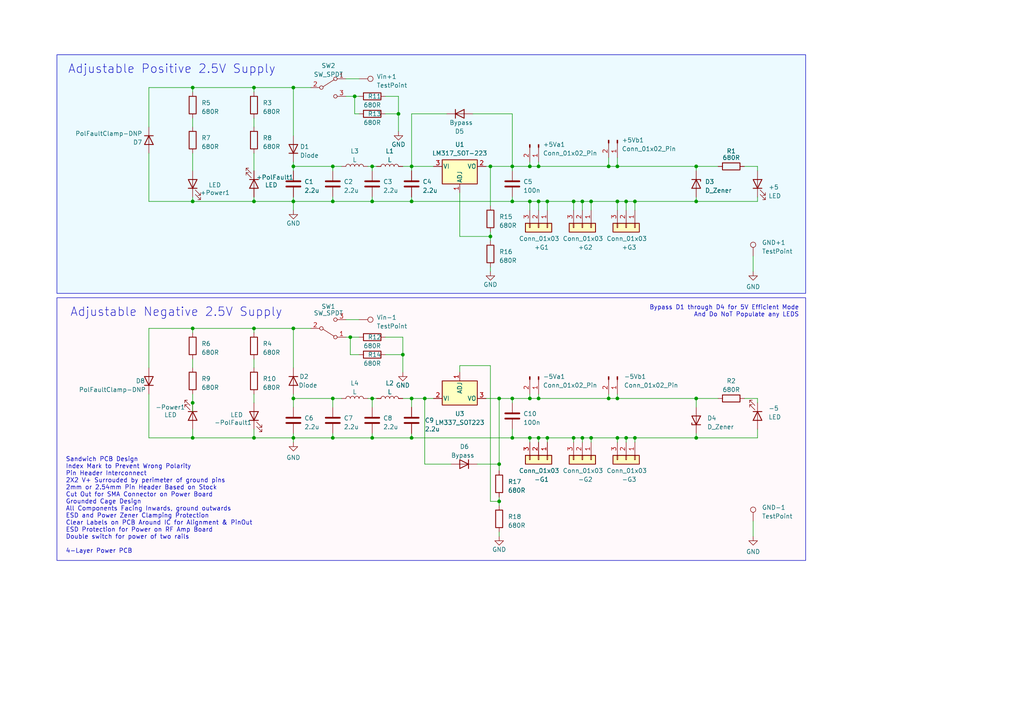
<source format=kicad_sch>
(kicad_sch (version 20250114) (generator "eeschema") (generator_version "9.0")
  (paper "A4")
  (title_block (title "RF Power Board Adjustable") (date "2024-03-13") (rev "2.0") (company "Wrong IC Sent, HW Substitution Required"))
  (lib_symbols
    (symbol "Connector:Conn_01x02_Pin" (pin_names (offset 1.016) (hide yes))
      (property "Reference" "J" (at 0 2.54 0))
      (property "Value" "Conn_01x02_Pin" (at 0 -5.08 0))
      (symbol "Conn_01x02_Pin_1_1"
        (rectangle (start 0.8636 0.127) (end 0 -0.127) (stroke (width 0.1524)) (fill (type outline)))
        (rectangle (start 0.8636 -2.413) (end 0 -2.667) (stroke (width 0.1524)) (fill (type outline)))
        (polyline (pts (xy 1.27 0) (xy 0.8636 0)) (stroke (width 0.1524)))
        (polyline (pts (xy 1.27 -2.54) (xy 0.8636 -2.54)) (stroke (width 0.1524)))
        (pin passive line (at 5.08 0 180) (length 3.81) (name "Pin_1") (number "1"))
        (pin passive line (at 5.08 -2.54 180) (length 3.81) (name "Pin_2") (number "2"))
      )
    )
    (symbol "Connector:TestPoint" (pin_numbers (hide yes)) (pin_names (offset 0.762) (hide yes))
      (property "Reference" "TP" (at 0 6.858 0))
      (property "Value" "TestPoint" (at 0 5.08 0))
      (symbol "TestPoint_0_1"
        (circle (center 0 3.302) (radius 0.762))
      )
      (symbol "TestPoint_1_1"
        (pin passive line (at 0 0 90) (length 2.54) (name "1") (number "1"))
      )
    )
    (symbol "Connector_Generic:Conn_01x03" (pin_names (offset 1.016) (hide yes))
      (property "Reference" "J" (at 0 5.08 0))
      (property "Value" "Conn_01x03" (at 0 -5.08 0))
      (symbol "Conn_01x03_1_1"
        (rectangle (start -1.27 3.81) (end 1.27 -3.81) (stroke (width 0.254)) (fill (type background)))
        (rectangle (start -1.27 2.667) (end 0 2.413) (stroke (width 0.1524)))
        (rectangle (start -1.27 0.127) (end 0 -0.127) (stroke (width 0.1524)))
        (rectangle (start -1.27 -2.413) (end 0 -2.667) (stroke (width 0.1524)))
        (pin passive line (at -5.08 2.54 0) (length 3.81) (name "Pin_1") (number "1"))
        (pin passive line (at -5.08 0 0) (length 3.81) (name "Pin_2") (number "2"))
        (pin passive line (at -5.08 -2.54 0) (length 3.81) (name "Pin_3") (number "3"))
      )
    )
    (symbol "Device:C" (pin_numbers (hide yes)) (pin_names (offset 0.254))
      (property "Reference" "C" (at 0.635 2.54 0))
      (property "Value" "C" (at 0.635 -2.54 0))
      (symbol "C_0_1"
        (polyline (pts (xy -2.032 0.762) (xy 2.032 0.762)) (stroke (width 0.508)))
        (polyline (pts (xy -2.032 -0.762) (xy 2.032 -0.762)) (stroke (width 0.508)))
      )
      (symbol "C_1_1"
        (pin passive line (at 0 3.81 270) (length 2.794) (name "~") (number "1"))
        (pin passive line (at 0 -3.81 90) (length 2.794) (name "~") (number "2"))
      )
    )
    (symbol "Device:D_Zener" (pin_numbers (hide yes)) (pin_names (offset 1.016) (hide yes))
      (property "Reference" "D" (at 0 2.54 0))
      (property "Value" "D_Zener" (at 0 -2.54 0))
      (symbol "D_Zener_0_1"
        (polyline (pts (xy -1.27 -1.27) (xy -1.27 1.27) (xy -0.762 1.27)) (stroke (width 0.254)))
        (polyline (pts (xy 1.27 0) (xy -1.27 0)))
        (polyline (pts (xy 1.27 -1.27) (xy 1.27 1.27) (xy -1.27 0) (xy 1.27 -1.27)) (stroke (width 0.254)))
      )
      (symbol "D_Zener_1_1"
        (pin passive line (at -3.81 0 0) (length 2.54) (name "K") (number "1"))
        (pin passive line (at 3.81 0 180) (length 2.54) (name "A") (number "2"))
      )
    )
    (symbol "Device:L" (pin_numbers (hide yes)) (pin_names (offset 1.016) (hide yes))
      (property "Reference" "L" (at -1.27 0 90))
      (property "Value" "L" (at 1.905 0 90))
      (symbol "L_0_1"
        (arc (start 0 2.54) (mid 0.6323 1.905) (end 0 1.27))
        (arc (start 0 1.27) (mid 0.6323 0.635) (end 0 0))
        (arc (start 0 0) (mid 0.6323 -0.635) (end 0 -1.27))
        (arc (start 0 -1.27) (mid 0.6323 -1.905) (end 0 -2.54))
      )
      (symbol "L_1_1"
        (pin passive line (at 0 3.81 270) (length 1.27) (name "1") (number "1"))
        (pin passive line (at 0 -3.81 90) (length 1.27) (name "2") (number "2"))
      )
    )
    (symbol "Device:LED" (pin_numbers (hide yes)) (pin_names (offset 1.016) (hide yes))
      (property "Reference" "D" (at 0 2.54 0))
      (property "Value" "LED" (at 0 -2.54 0))
      (symbol "LED_0_1"
        (polyline (pts (xy -3.048 -0.762) (xy -4.572 -2.286) (xy -3.81 -2.286) (xy -4.572 -2.286) (xy -4.572 -1.524)))
        (polyline (pts (xy -1.778 -0.762) (xy -3.302 -2.286) (xy -2.54 -2.286) (xy -3.302 -2.286) (xy -3.302 -1.524)))
        (polyline (pts (xy -1.27 0) (xy 1.27 0)))
        (polyline (pts (xy -1.27 -1.27) (xy -1.27 1.27)) (stroke (width 0.254)))
        (polyline (pts (xy 1.27 -1.27) (xy 1.27 1.27) (xy -1.27 0) (xy 1.27 -1.27)) (stroke (width 0.254)))
      )
      (symbol "LED_1_1"
        (pin passive line (at -3.81 0 0) (length 2.54) (name "K") (number "1"))
        (pin passive line (at 3.81 0 180) (length 2.54) (name "A") (number "2"))
      )
    )
    (symbol "Device:R" (pin_numbers (hide yes)) (pin_names (offset 0))
      (property "Reference" "R" (at 2.032 0 90))
      (property "Value" "R" (at 0 0 90))
      (symbol "R_0_1"
        (rectangle (start -1.016 -2.54) (end 1.016 2.54) (stroke (width 0.254)))
      )
      (symbol "R_1_1"
        (pin passive line (at 0 3.81 270) (length 1.27) (name "~") (number "1"))
        (pin passive line (at 0 -3.81 90) (length 1.27) (name "~") (number "2"))
      )
    )
    (symbol "Regulator_Linear:LM317_SOT-223" (pin_names (offset 0.254))
      (property "Reference" "U" (at -3.81 3.175 0))
      (property "Value" "LM317_SOT-223" (at 0 3.175 0))
      (symbol "LM317_SOT-223_0_1"
        (rectangle (start -5.08 1.905) (end 5.08 -5.08) (stroke (width 0.254)) (fill (type background)))
      )
      (symbol "LM317_SOT-223_1_1"
        (pin power_in line (at -7.62 0 0) (length 2.54) (name "VI") (number "3"))
        (pin input line (at 0 -7.62 90) (length 2.54) (name "ADJ") (number "1"))
        (pin power_out line (at 7.62 0 180) (length 2.54) (name "VO") (number "2"))
      )
    )
    (symbol "Regulator_Linear:LM337_SOT223" (pin_names (offset 0.254))
      (property "Reference" "U" (at -3.81 -3.175 0))
      (property "Value" "LM337_SOT223" (at 0 -3.175 0))
      (symbol "LM337_SOT223_0_1"
        (rectangle (start -5.08 5.08) (end 5.08 -1.905) (stroke (width 0.254)) (fill (type background)))
      )
      (symbol "LM337_SOT223_1_1"
        (pin power_in line (at -7.62 0 0) (length 2.54) (name "VI") (number "2"))
        (pin input line (at 0 7.62 270) (length 2.54) (name "ADJ") (number "1"))
        (pin power_out line (at 7.62 0 180) (length 2.54) (name "VO") (number "3"))
      )
    )
    (symbol "ScottoKeebs:Placeholder_Diode" (pin_numbers (hide yes)) (pin_names (hide yes))
      (property "Reference" "D" (at 0 2.54 0))
      (property "Value" "Diode" (at 0 -2.54 0))
      (symbol "Placeholder_Diode_0_1"
        (polyline (pts (xy -1.27 1.27) (xy -1.27 -1.27)) (stroke (width 0.254)))
        (polyline (pts (xy 1.27 1.27) (xy 1.27 -1.27) (xy -1.27 0) (xy 1.27 1.27)) (stroke (width 0.254)))
        (polyline (pts (xy 1.27 0) (xy -1.27 0)))
      )
      (symbol "Placeholder_Diode_1_1"
        (pin passive line (at -3.81 0 0) (length 2.54) (name "K") (number "1"))
        (pin passive line (at 3.81 0 180) (length 2.54) (name "A") (number "2"))
      )
    )
    (symbol "Switch:SW_SPDT" (pin_names (offset 0) (hide yes))
      (property "Reference" "SW" (at 0 4.318 0))
      (property "Value" "SW_SPDT" (at 0 -5.08 0))
      (symbol "SW_SPDT_0_0"
        (circle (center -2.032 0) (radius 0.508))
        (circle (center 2.032 -2.54) (radius 0.508))
      )
      (symbol "SW_SPDT_0_1"
        (polyline (pts (xy -1.524 0.254) (xy 1.651 2.286)))
        (circle (center 2.032 2.54) (radius 0.508))
      )
      (symbol "SW_SPDT_1_1"
        (pin passive line (at -5.08 0 0) (length 2.54) (name "B") (number "2"))
        (pin passive line (at 5.08 2.54 180) (length 2.54) (name "A") (number "1"))
        (pin passive line (at 5.08 -2.54 180) (length 2.54) (name "C") (number "3"))
      )
    )
    (symbol "power:GND" (power) (pin_names (offset 0))
      (property "Value" "GND" (at 0 -3.81 0))
      (symbol "GND_0_1"
        (polyline (pts (xy 0 0) (xy 0 -1.27) (xy 1.27 -1.27) (xy 0 -2.54) (xy -1.27 -1.27) (xy 0 -1.27)))
      )
      (symbol "GND_1_1"
        (pin power_in line (at 0 0 270) (length 0) (hide yes) (name "GND") (number "1"))
      )
    )
  )
  (rectangle (start 16.51 86.36) (end 233.68 162.56) (fill (type color) (color 255 225 236 0.2)))
  (rectangle (start 16.51 15.875) (end 233.68 85.09) (fill (type color) (color 164 230 255 0.2)))
  (text "Sandwich PCB Design\nIndex Mark to Prevent Wrong Polarity\nPin Header Interconnect\n2X2 V+ Surrouded by perimeter of ground pins\n2mm or 2.54mm Pin Header Based on Stock\nCut Out for SMA Connector on Power Board\nGrounded Cage Design\nAll Components Facing Inwards, ground outwards\nESD and Power Zener Clamping Protection\nClear Labels on PCB Around IC for Alignment & PinOut\nESD Protection for Power on RF Amp Board\nDouble switch for power of two rails\n\n4-Layer Power PCB" (at 19.05 160.655 0) (effects (font (size 1.27 1.27)) (justify left bottom)))
  (text "Adjustable Negative 2.5V Supply" (at 20.32 92.075 0) (effects (font (size 2.5 2.5)) (justify left bottom)))
  (text "Adjustable Positive 2.5V Supply" (at 19.685 21.59 0) (effects (font (size 2.5 2.5)) (justify left bottom)))
  (text "Bypass D1 through D4 for 5V Efficient Mode\nAnd Do NoT Populate any LEDS" (at 231.775 92.075 0) (effects (font (size 1.27 1.27)) (justify right bottom)))
  (junction (at 107.95 48.26))
  (junction (at 153.67 58.42))
  (junction (at 119.38 127))
  (junction (at 184.15 127))
  (junction (at 73.66 95.25))
  (junction (at 55.88 58.42))
  (junction (at 142.24 68.58))
  (junction (at 123.19 115.57))
  (junction (at 119.38 48.26))
  (junction (at 102.87 27.94))
  (junction (at 181.61 127))
  (junction (at 166.37 127))
  (junction (at 85.09 58.42))
  (junction (at 55.88 25.4))
  (junction (at 179.07 58.42))
  (junction (at 119.38 58.42))
  (junction (at 179.07 48.26))
  (junction (at 85.09 48.26))
  (junction (at 144.78 115.57))
  (junction (at 179.07 127))
  (junction (at 85.09 25.4))
  (junction (at 201.93 58.42))
  (junction (at 168.91 58.42))
  (junction (at 96.52 115.57))
  (junction (at 201.93 127))
  (junction (at 96.52 58.42))
  (junction (at 55.88 95.25))
  (junction (at 156.21 58.42))
  (junction (at 144.78 145.415))
  (junction (at 153.67 48.26))
  (junction (at 176.53 115.57))
  (junction (at 201.93 48.26))
  (junction (at 168.91 127))
  (junction (at 107.95 115.57))
  (junction (at 107.95 127))
  (junction (at 101.6 97.79))
  (junction (at 96.52 48.26))
  (junction (at 181.61 58.42))
  (junction (at 85.09 95.25))
  (junction (at 158.75 58.42))
  (junction (at 85.09 127))
  (junction (at 85.09 115.57))
  (junction (at 148.59 58.42))
  (junction (at 55.88 127))
  (junction (at 171.45 127))
  (junction (at 171.45 58.42))
  (junction (at 55.88 116.84))
  (junction (at 201.93 115.57))
  (junction (at 153.67 115.57))
  (junction (at 73.66 58.42))
  (junction (at 156.21 115.57))
  (junction (at 156.21 127))
  (junction (at 153.67 127))
  (junction (at 119.38 115.57))
  (junction (at 148.59 48.26))
  (junction (at 96.52 127))
  (junction (at 176.53 48.26))
  (junction (at 179.07 115.57))
  (junction (at 115.57 33.02))
  (junction (at 73.66 127))
  (junction (at 184.15 58.42))
  (junction (at 156.21 48.26))
  (junction (at 148.59 127))
  (junction (at 148.59 115.57))
  (junction (at 73.66 25.4))
  (junction (at 144.78 134.62))
  (junction (at 116.84 102.87))
  (junction (at 166.37 58.42))
  (junction (at 142.24 48.26))
  (junction (at 158.75 127))
  (junction (at 107.95 58.42))
  (wire (pts (xy 219.71 49.53) (xy 219.71 48.26)))
  (wire (pts (xy 144.78 145.415) (xy 144.78 146.685)))
  (wire (pts (xy 107.95 49.53) (xy 107.95 48.26)))
  (wire (pts (xy 85.09 125.73) (xy 85.09 127)))
  (wire (pts (xy 184.15 58.42) (xy 181.61 58.42)))
  (wire (pts (xy 142.24 68.58) (xy 142.24 69.85)))
  (wire (pts (xy 96.52 58.42) (xy 85.09 58.42)))
  (wire (pts (xy 43.18 36.83) (xy 43.18 25.4)))
  (wire (pts (xy 107.95 125.73) (xy 107.95 127)))
  (wire (pts (xy 111.76 97.79) (xy 116.84 97.79)))
  (wire (pts (xy 55.88 95.25) (xy 73.66 95.25)))
  (wire (pts (xy 168.91 58.42) (xy 168.91 60.96)))
  (wire (pts (xy 144.78 134.62) (xy 144.78 115.57)))
  (wire (pts (xy 100.33 27.94) (xy 102.87 27.94)))
  (wire (pts (xy 176.53 45.72) (xy 176.53 48.26)))
  (wire (pts (xy 43.18 106.68) (xy 43.18 95.25)))
  (wire (pts (xy 158.75 58.42) (xy 156.21 58.42)))
  (wire (pts (xy 107.95 115.57) (xy 106.68 115.57)))
  (wire (pts (xy 116.84 97.79) (xy 116.84 102.87)))
  (wire (pts (xy 133.35 55.88) (xy 133.35 68.58)))
  (wire (pts (xy 107.95 58.42) (xy 119.38 58.42)))
  (wire (pts (xy 107.95 127) (xy 96.52 127)))
  (wire (pts (xy 43.18 127) (xy 55.88 127)))
  (wire (pts (xy 166.37 58.42) (xy 158.75 58.42)))
  (wire (pts (xy 179.07 48.26) (xy 201.93 48.26)))
  (wire (pts (xy 153.67 58.42) (xy 153.67 60.96)))
  (wire (pts (xy 85.09 58.42) (xy 85.09 60.96)))
  (wire (pts (xy 179.07 58.42) (xy 179.07 60.96)))
  (wire (pts (xy 73.66 44.45) (xy 73.66 49.53)))
  (wire (pts (xy 55.88 34.29) (xy 55.88 36.83)))
  (wire (pts (xy 104.14 102.87) (xy 101.6 102.87)))
  (wire (pts (xy 55.88 114.3) (xy 55.88 116.84)))
  (wire (pts (xy 148.59 48.26) (xy 148.59 49.53)))
  (wire (pts (xy 219.71 58.42) (xy 201.93 58.42)))
  (wire (pts (xy 179.07 114.3) (xy 179.07 115.57)))
  (wire (pts (xy 119.38 57.15) (xy 119.38 58.42)))
  (wire (pts (xy 142.24 106.045) (xy 142.24 145.415)))
  (wire (pts (xy 153.67 114.3) (xy 153.67 115.57)))
  (wire (pts (xy 158.75 127) (xy 158.75 128.27)))
  (wire (pts (xy 55.88 26.67) (xy 55.88 25.4)))
  (wire (pts (xy 144.78 144.145) (xy 144.78 145.415)))
  (wire (pts (xy 153.67 48.26) (xy 156.21 48.26)))
  (wire (pts (xy 148.59 33.02) (xy 148.59 48.26)))
  (wire (pts (xy 73.66 58.42) (xy 85.09 58.42)))
  (wire (pts (xy 123.19 115.57) (xy 125.73 115.57)))
  (wire (pts (xy 133.35 107.95) (xy 133.35 106.045)))
  (wire (pts (xy 55.88 58.42) (xy 73.66 58.42)))
  (wire (pts (xy 179.07 58.42) (xy 171.45 58.42)))
  (wire (pts (xy 142.24 67.31) (xy 142.24 68.58)))
  (wire (pts (xy 219.71 57.15) (xy 219.71 58.42)))
  (wire (pts (xy 201.93 48.26) (xy 201.93 49.53)))
  (wire (pts (xy 73.66 26.67) (xy 73.66 25.4)))
  (wire (pts (xy 73.66 95.25) (xy 85.09 95.25)))
  (wire (pts (xy 107.95 118.11) (xy 107.95 115.57)))
  (wire (pts (xy 156.21 58.42) (xy 156.21 60.96)))
  (wire (pts (xy 153.67 58.42) (xy 148.59 58.42)))
  (wire (pts (xy 119.38 127) (xy 107.95 127)))
  (wire (pts (xy 43.18 44.45) (xy 43.18 58.42)))
  (wire (pts (xy 96.52 115.57) (xy 85.09 115.57)))
  (wire (pts (xy 181.61 58.42) (xy 179.07 58.42)))
  (wire (pts (xy 119.38 33.02) (xy 119.38 48.26)))
  (wire (pts (xy 73.66 25.4) (xy 85.09 25.4)))
  (wire (pts (xy 43.18 95.25) (xy 55.88 95.25)))
  (wire (pts (xy 201.93 127) (xy 219.71 127)))
  (wire (pts (xy 184.15 58.42) (xy 201.93 58.42)))
  (wire (pts (xy 140.97 48.26) (xy 142.24 48.26)))
  (wire (pts (xy 85.09 25.4) (xy 90.17 25.4)))
  (wire (pts (xy 43.18 25.4) (xy 55.88 25.4)))
  (wire (pts (xy 156.21 127) (xy 156.21 128.27)))
  (wire (pts (xy 116.84 48.26) (xy 119.38 48.26)))
  (wire (pts (xy 140.97 115.57) (xy 144.78 115.57)))
  (wire (pts (xy 85.09 25.4) (xy 85.09 39.37)))
  (wire (pts (xy 166.37 58.42) (xy 166.37 60.96)))
  (wire (pts (xy 115.57 27.94) (xy 115.57 33.02)))
  (wire (pts (xy 73.66 104.14) (xy 73.66 106.68)))
  (wire (pts (xy 101.6 102.87) (xy 101.6 97.79)))
  (wire (pts (xy 85.09 57.15) (xy 85.09 58.42)))
  (wire (pts (xy 104.14 33.02) (xy 102.87 33.02)))
  (wire (pts (xy 171.45 58.42) (xy 171.45 60.96)))
  (wire (pts (xy 153.67 127) (xy 153.67 128.27)))
  (wire (pts (xy 168.91 58.42) (xy 166.37 58.42)))
  (wire (pts (xy 100.33 97.79) (xy 101.6 97.79)))
  (wire (pts (xy 201.93 125.73) (xy 201.93 127)))
  (wire (pts (xy 73.66 57.15) (xy 73.66 58.42)))
  (wire (pts (xy 137.16 33.02) (xy 148.59 33.02)))
  (wire (pts (xy 119.38 115.57) (xy 123.19 115.57)))
  (wire (pts (xy 184.15 127) (xy 181.61 127)))
  (wire (pts (xy 55.88 127) (xy 73.66 127)))
  (wire (pts (xy 100.33 22.86) (xy 104.14 22.86)))
  (wire (pts (xy 73.66 124.46) (xy 73.66 127)))
  (wire (pts (xy 156.21 127) (xy 153.67 127)))
  (wire (pts (xy 123.19 134.62) (xy 123.19 115.57)))
  (wire (pts (xy 153.67 127) (xy 148.59 127)))
  (wire (pts (xy 107.95 48.26) (xy 109.22 48.26)))
  (wire (pts (xy 111.76 27.94) (xy 115.57 27.94)))
  (wire (pts (xy 43.18 114.3) (xy 43.18 127)))
  (wire (pts (xy 85.09 95.25) (xy 85.09 106.68)))
  (wire (pts (xy 142.24 48.26) (xy 148.59 48.26)))
  (wire (pts (xy 184.15 127) (xy 201.93 127)))
  (wire (pts (xy 107.95 115.57) (xy 109.22 115.57)))
  (wire (pts (xy 119.38 125.73) (xy 119.38 127)))
  (wire (pts (xy 119.38 118.11) (xy 119.38 115.57)))
  (wire (pts (xy 179.07 127) (xy 171.45 127)))
  (wire (pts (xy 144.78 115.57) (xy 148.59 115.57)))
  (wire (pts (xy 119.38 127) (xy 148.59 127)))
  (wire (pts (xy 133.35 106.045) (xy 142.24 106.045)))
  (wire (pts (xy 156.21 114.3) (xy 156.21 115.57)))
  (wire (pts (xy 201.93 57.15) (xy 201.93 58.42)))
  (wire (pts (xy 179.07 127) (xy 179.07 128.27)))
  (wire (pts (xy 130.81 134.62) (xy 123.19 134.62)))
  (wire (pts (xy 201.93 48.26) (xy 208.28 48.26)))
  (wire (pts (xy 55.88 116.84) (xy 55.88 119.38)))
  (wire (pts (xy 85.09 127) (xy 96.52 127)))
  (wire (pts (xy 201.93 115.57) (xy 208.28 115.57)))
  (wire (pts (xy 144.78 154.305) (xy 144.78 155.575)))
  (wire (pts (xy 148.59 124.46) (xy 148.59 127)))
  (wire (pts (xy 142.24 145.415) (xy 144.78 145.415)))
  (wire (pts (xy 166.37 127) (xy 158.75 127)))
  (wire (pts (xy 176.53 114.3) (xy 176.53 115.57)))
  (wire (pts (xy 168.91 127) (xy 166.37 127)))
  (wire (pts (xy 119.38 49.53) (xy 119.38 48.26)))
  (wire (pts (xy 85.09 127) (xy 85.09 128.27)))
  (wire (pts (xy 171.45 127) (xy 168.91 127)))
  (wire (pts (xy 218.44 74.295) (xy 218.44 78.74)))
  (wire (pts (xy 111.76 33.02) (xy 115.57 33.02)))
  (wire (pts (xy 179.07 115.57) (xy 201.93 115.57)))
  (wire (pts (xy 55.88 57.15) (xy 55.88 58.42)))
  (wire (pts (xy 73.66 114.3) (xy 73.66 116.84)))
  (wire (pts (xy 99.06 115.57) (xy 96.52 115.57)))
  (wire (pts (xy 96.52 48.26) (xy 85.09 48.26)))
  (wire (pts (xy 179.07 48.26) (xy 176.53 48.26)))
  (wire (pts (xy 219.71 124.46) (xy 219.71 127)))
  (wire (pts (xy 148.59 57.15) (xy 148.59 58.42)))
  (wire (pts (xy 96.52 57.15) (xy 96.52 58.42)))
  (wire (pts (xy 73.66 34.29) (xy 73.66 36.83)))
  (wire (pts (xy 181.61 127) (xy 181.61 128.27)))
  (wire (pts (xy 55.88 124.46) (xy 55.88 127)))
  (wire (pts (xy 158.75 58.42) (xy 158.75 60.96)))
  (wire (pts (xy 73.66 127) (xy 85.09 127)))
  (wire (pts (xy 96.52 125.73) (xy 96.52 127)))
  (wire (pts (xy 166.37 127) (xy 166.37 128.27)))
  (wire (pts (xy 138.43 134.62) (xy 144.78 134.62)))
  (wire (pts (xy 171.45 58.42) (xy 168.91 58.42)))
  (wire (pts (xy 55.88 44.45) (xy 55.88 49.53)))
  (wire (pts (xy 101.6 97.79) (xy 104.14 97.79)))
  (wire (pts (xy 107.95 57.15) (xy 107.95 58.42)))
  (wire (pts (xy 153.67 46.99) (xy 153.67 48.26)))
  (wire (pts (xy 171.45 127) (xy 171.45 128.27)))
  (wire (pts (xy 156.21 115.57) (xy 176.53 115.57)))
  (wire (pts (xy 133.35 68.58) (xy 142.24 68.58)))
  (wire (pts (xy 43.18 58.42) (xy 55.88 58.42)))
  (wire (pts (xy 148.59 115.57) (xy 148.59 116.84)))
  (wire (pts (xy 179.07 115.57) (xy 176.53 115.57)))
  (wire (pts (xy 184.15 128.27) (xy 184.15 127)))
  (wire (pts (xy 116.84 102.87) (xy 116.84 107.95)))
  (wire (pts (xy 85.09 114.3) (xy 85.09 115.57)))
  (wire (pts (xy 119.38 58.42) (xy 148.59 58.42)))
  (wire (pts (xy 102.87 27.94) (xy 104.14 27.94)))
  (wire (pts (xy 107.95 48.26) (xy 106.68 48.26)))
  (wire (pts (xy 153.67 115.57) (xy 156.21 115.57)))
  (wire (pts (xy 55.88 104.14) (xy 55.88 106.68)))
  (wire (pts (xy 179.07 45.72) (xy 179.07 48.26)))
  (wire (pts (xy 129.54 33.02) (xy 119.38 33.02)))
  (wire (pts (xy 85.09 46.99) (xy 85.09 48.26)))
  (wire (pts (xy 201.93 115.57) (xy 201.93 118.11)))
  (wire (pts (xy 148.59 48.26) (xy 153.67 48.26)))
  (wire (pts (xy 96.52 118.11) (xy 96.52 115.57)))
  (wire (pts (xy 119.38 48.26) (xy 125.73 48.26)))
  (wire (pts (xy 111.76 102.87) (xy 116.84 102.87)))
  (wire (pts (xy 148.59 115.57) (xy 153.67 115.57)))
  (wire (pts (xy 168.91 127) (xy 168.91 128.27)))
  (wire (pts (xy 100.33 92.71) (xy 104.14 92.71)))
  (wire (pts (xy 142.24 59.69) (xy 142.24 48.26)))
  (wire (pts (xy 219.71 48.26) (xy 215.9 48.26)))
  (wire (pts (xy 156.21 58.42) (xy 153.67 58.42)))
  (wire (pts (xy 142.24 77.47) (xy 142.24 78.74)))
  (wire (pts (xy 144.78 134.62) (xy 144.78 136.525)))
  (wire (pts (xy 55.88 96.52) (xy 55.88 95.25)))
  (wire (pts (xy 156.21 48.26) (xy 176.53 48.26)))
  (wire (pts (xy 55.88 25.4) (xy 73.66 25.4)))
  (wire (pts (xy 85.09 115.57) (xy 85.09 118.11)))
  (wire (pts (xy 181.61 127) (xy 179.07 127)))
  (wire (pts (xy 119.38 115.57) (xy 116.84 115.57)))
  (wire (pts (xy 181.61 58.42) (xy 181.61 60.96)))
  (wire (pts (xy 115.57 33.02) (xy 115.57 38.1)))
  (wire (pts (xy 219.71 116.84) (xy 219.71 115.57)))
  (wire (pts (xy 73.66 96.52) (xy 73.66 95.25)))
  (wire (pts (xy 158.75 127) (xy 156.21 127)))
  (wire (pts (xy 85.09 48.26) (xy 85.09 49.53)))
  (wire (pts (xy 96.52 49.53) (xy 96.52 48.26)))
  (wire (pts (xy 156.21 46.99) (xy 156.21 48.26)))
  (wire (pts (xy 102.87 33.02) (xy 102.87 27.94)))
  (wire (pts (xy 218.44 151.13) (xy 218.44 155.575)))
  (wire (pts (xy 85.09 95.25) (xy 90.17 95.25)))
  (wire (pts (xy 107.95 58.42) (xy 96.52 58.42)))
  (wire (pts (xy 99.06 48.26) (xy 96.52 48.26)))
  (wire (pts (xy 184.15 60.96) (xy 184.15 58.42)))
  (wire (pts (xy 219.71 115.57) (xy 215.9 115.57)))
  (symbol (lib_id "Device:LED") (at 55.88 53.34 90) (unit 1)
    (property "Reference" "+Power1" (at 66.675 55.88 90) (effects (justify left)))
    (property "Value" "LED" (at 64.135 53.6575 90) (effects (justify left)))
    (property "Footprint" "LED_SMD:LED_0805_2012Metric_Pad1.15x1.40mm_HandSolder" (effects (hide yes)))
  )
  (symbol (lib_id "Device:R") (at 55.88 40.64 180) (unit 1)
    (property "Reference" "R7" (at 58.42 40.005 0) (effects (justify right)))
    (property "Value" "680R" (at 58.42 42.545 0) (effects (justify right)))
    (property "Footprint" "Resistor_SMD:R_0805_2012Metric_Pad1.20x1.40mm_HandSolder" (effects (hide yes)))
  )
  (symbol (lib_id "power:GND") (at 218.44 155.575 0) (unit 1)
    (property "Reference" "#PWR02" (effects (hide yes)))
    (property "Value" "GND" (at 218.44 160.02 0))
  )
  (symbol (lib_id "Device:R") (at 73.66 100.33 180) (unit 1)
    (property "Reference" "R4" (at 76.2 99.695 0) (effects (justify right)))
    (property "Value" "680R" (at 76.2 102.235 0) (effects (justify right)))
    (property "Footprint" "Resistor_SMD:R_0805_2012Metric_Pad1.20x1.40mm_HandSolder" (effects (hide yes)))
  )
  (symbol (lib_id "power:GND") (at 85.09 128.27 0) (unit 1)
    (property "Reference" "#PWR04" (effects (hide yes)))
    (property "Value" "GND" (at 85.09 132.715 0))
  )
  (symbol (lib_id "power:GND") (at 144.78 155.575 0) (unit 1)
    (property "Reference" "#PWR08" (effects (hide yes)))
    (property "Value" "GND" (at 144.78 159.385 0))
  )
  (symbol (lib_id "Device:R") (at 144.78 140.335 180) (unit 1)
    (property "Reference" "R17" (at 147.32 139.7 0) (effects (justify right)))
    (property "Value" "680R" (at 147.32 142.24 0) (effects (justify right)))
    (property "Footprint" "Resistor_SMD:R_0805_2012Metric_Pad1.20x1.40mm_HandSolder" (effects (hide yes)))
  )
  (symbol (lib_id "Device:C") (at 107.95 53.34 0) (unit 1)
    (property "Reference" "C3" (at 111.125 52.705 0) (effects (justify left)))
    (property "Value" "2.2u" (at 111.125 55.245 0) (effects (justify left)))
    (property "Footprint" "Capacitor_SMD:C_1206_3216Metric_Pad1.33x1.80mm_HandSolder" (effects (hide yes)))
  )
  (symbol (lib_id "Device:R") (at 55.88 110.49 180) (unit 1)
    (property "Reference" "R9" (at 58.42 109.855 0) (effects (justify right)))
    (property "Value" "680R" (at 58.42 112.395 0) (effects (justify right)))
    (property "Footprint" "Resistor_SMD:R_0805_2012Metric_Pad1.20x1.40mm_HandSolder" (effects (hide yes)))
  )
  (symbol (lib_id "ScottoKeebs:Placeholder_Diode") (at 134.62 134.62 180) (unit 1)
    (property "Reference" "D6" (at 133.35 129.54 0) (effects (justify right)))
    (property "Value" "Bypass" (at 130.81 132.08 0) (effects (justify right)))
    (property "Footprint" "Diode_SMD:D_MELF" (effects (hide yes)))
    (property "Sim.Device" "D" (effects (hide yes)))
    (property "Sim.Pins" "1=K 2=A" (effects (hide yes)))
  )
  (symbol (lib_id "Connector_Generic:Conn_01x03") (at 181.61 133.35 270) (unit 1)
    (property "Reference" "-G3" (at 180.34 139.065 90) (effects (justify left)))
    (property "Value" "Conn_01x03" (at 175.895 136.525 90) (effects (justify left)))
    (property "Footprint" "Connector_PinHeader_2.54mm:PinHeader_1x03_P2.54mm_Vertical" (effects (hide yes)))
  )
  (symbol (lib_id "Device:LED") (at 73.66 120.65 90) (unit 1)
    (property "Reference" "-PolFault1" (at 73.025 122.555 90) (effects (justify left)))
    (property "Value" "LED" (at 70.485 120.3325 90) (effects (justify left)))
    (property "Footprint" "LED_SMD:LED_0805_2012Metric_Pad1.15x1.40mm_HandSolder" (effects (hide yes)))
  )
  (symbol (lib_id "power:GND") (at 85.09 60.96 0) (unit 1)
    (property "Reference" "#PWR03" (effects (hide yes)))
    (property "Value" "GND" (at 85.09 64.77 0))
  )
  (symbol (lib_id "Device:C") (at 96.52 53.34 0) (unit 1)
    (property "Reference" "C2" (at 99.695 52.705 0) (effects (justify left)))
    (property "Value" "2.2u" (at 99.695 55.245 0) (effects (justify left)))
    (property "Footprint" "Capacitor_SMD:C_1206_3216Metric_Pad1.33x1.80mm_HandSolder" (effects (hide yes)))
  )
  (symbol (lib_id "Device:L") (at 113.03 48.26 90) (unit 1)
    (property "Reference" "L1" (at 113.03 43.815 90))
    (property "Value" "L" (at 113.03 46.355 90))
    (property "Footprint" "Inductor_SMD:L_6.3x6.3_H3" (effects (hide yes)))
  )
  (symbol (lib_id "ScottoKeebs:Placeholder_Diode") (at 133.35 33.02 0) (unit 1)
    (property "Reference" "D5" (at 134.62 38.1 0) (effects (justify right)))
    (property "Value" "Bypass" (at 137.16 35.56 0) (effects (justify right)))
    (property "Footprint" "Diode_SMD:D_MELF" (effects (hide yes)))
    (property "Sim.Device" "D" (effects (hide yes)))
    (property "Sim.Pins" "1=K 2=A" (effects (hide yes)))
  )
  (symbol (lib_id "Connector:TestPoint") (at 104.14 22.86 270) (unit 1)
    (property "Reference" "Vin+1" (at 109.22 22.225 90) (effects (justify left)))
    (property "Value" "TestPoint" (at 109.22 24.765 90) (effects (justify left)))
    (property "Footprint" "TestPoint:TestPoint_Pad_D4.0mm" (effects (hide yes)))
  )
  (symbol (lib_id "ScottoKeebs:Placeholder_Diode") (at 43.18 110.49 90) (unit 1)
    (property "Reference" "D8" (at 39.37 110.49 90) (effects (justify right)))
    (property "Value" "PolFaultClamp-DNP" (at 22.86 113.03 90) (effects (justify right)))
    (property "Footprint" "Diode_SMD:D_MELF" (effects (hide yes)))
    (property "Sim.Device" "D" (effects (hide yes)))
    (property "Sim.Pins" "1=K 2=A" (effects (hide yes)))
  )
  (symbol (lib_id "Device:R") (at 73.66 30.48 180) (unit 1)
    (property "Reference" "R3" (at 76.2 29.845 0) (effects (justify right)))
    (property "Value" "680R" (at 76.2 32.385 0) (effects (justify right)))
    (property "Footprint" "Resistor_SMD:R_0805_2012Metric_Pad1.20x1.40mm_HandSolder" (effects (hide yes)))
  )
  (symbol (lib_id "Device:R") (at 142.24 63.5 180) (unit 1)
    (property "Reference" "R15" (at 144.78 62.865 0) (effects (justify right)))
    (property "Value" "680R" (at 144.78 65.405 0) (effects (justify right)))
    (property "Footprint" "Resistor_SMD:R_0805_2012Metric_Pad1.20x1.40mm_HandSolder" (effects (hide yes)))
  )
  (symbol (lib_id "Connector:TestPoint") (at 218.44 151.13 0) (unit 1)
    (property "Reference" "GND-1" (at 220.98 147.193 0) (effects (justify left)))
    (property "Value" "TestPoint" (at 220.98 149.733 0) (effects (justify left)))
    (property "Footprint" "TestPoint:TestPoint_Pad_D4.0mm" (effects (hide yes)))
  )
  (symbol (lib_id "Connector_Generic:Conn_01x03") (at 168.91 133.35 270) (unit 1)
    (property "Reference" "-G2" (at 167.64 139.065 90) (effects (justify left)))
    (property "Value" "Conn_01x03" (at 163.195 136.525 90) (effects (justify left)))
    (property "Footprint" "Connector_PinHeader_2.54mm:PinHeader_1x03_P2.54mm_Vertical" (effects (hide yes)))
  )
  (symbol (lib_id "ScottoKeebs:Placeholder_Diode") (at 85.09 43.18 90) (unit 1)
    (property "Reference" "D1" (at 86.995 42.545 90) (effects (justify right)))
    (property "Value" "Diode" (at 86.995 45.085 90) (effects (justify right)))
    (property "Footprint" "Diode_SMD:D_MELF" (effects (hide yes)))
    (property "Sim.Device" "D" (effects (hide yes)))
    (property "Sim.Pins" "1=K 2=A" (effects (hide yes)))
  )
  (symbol (lib_id "Device:LED") (at 219.71 120.65 270) (unit 1)
    (property "Reference" "-5" (at 222.885 118.4275 90) (effects (justify left)))
    (property "Value" "LED" (at 222.885 120.9675 90) (effects (justify left)))
    (property "Footprint" "LED_SMD:LED_0805_2012Metric_Pad1.15x1.40mm_HandSolder" (effects (hide yes)))
  )
  (symbol (lib_id "Device:R") (at 212.09 115.57 90) (unit 1)
    (property "Reference" "R2" (at 212.09 110.49 90))
    (property "Value" "680R" (at 212.09 113.03 90))
    (property "Footprint" "Resistor_SMD:R_0805_2012Metric_Pad1.20x1.40mm_HandSolder" (effects (hide yes)))
  )
  (symbol (lib_id "Device:R") (at 212.09 48.26 90) (unit 1)
    (property "Reference" "R1" (at 212.09 43.815 90))
    (property "Value" "680R" (at 212.09 45.72 90))
    (property "Footprint" "Resistor_SMD:R_0805_2012Metric_Pad1.20x1.40mm_HandSolder" (effects (hide yes)))
  )
  (symbol (lib_id "Device:R") (at 55.88 30.48 180) (unit 1)
    (property "Reference" "R5" (at 58.42 29.845 0) (effects (justify right)))
    (property "Value" "680R" (at 58.42 32.385 0) (effects (justify right)))
    (property "Footprint" "Resistor_SMD:R_0805_2012Metric_Pad1.20x1.40mm_HandSolder" (effects (hide yes)))
  )
  (symbol (lib_id "Device:R") (at 142.24 73.66 180) (unit 1)
    (property "Reference" "R16" (at 144.78 73.025 0) (effects (justify right)))
    (property "Value" "680R" (at 144.78 75.565 0) (effects (justify right)))
    (property "Footprint" "Resistor_SMD:R_0805_2012Metric_Pad1.20x1.40mm_HandSolder" (effects (hide yes)))
  )
  (symbol (lib_id "Connector:Conn_01x02_Pin") (at 179.07 40.64 270) (unit 1)
    (property "Reference" "+5Vb1" (at 180.34 40.64 90) (effects (justify left)))
    (property "Value" "Conn_01x02_Pin" (at 180.34 43.18 90) (effects (justify left)))
    (property "Footprint" "Connector_PinHeader_2.54mm:PinHeader_1x02_P2.54mm_Vertical" (effects (hide yes)))
  )
  (symbol (lib_id "Switch:SW_SPDT") (at 95.25 95.25 0) (mirror x) (unit 1)
    (property "Reference" "SW1" (at 95.25 88.9 0))
    (property "Value" "SW_SPDT" (at 95.25 90.805 0))
    (property "Footprint" "RF-Project2:SPDT-Long-SMD" (effects (hide yes)))
  )
  (symbol (lib_id "Device:LED") (at 219.71 53.34 90) (unit 1)
    (property "Reference" "+5" (at 222.885 54.2925 90) (effects (justify right)))
    (property "Value" "LED" (at 222.885 56.8325 90) (effects (justify right)))
    (property "Footprint" "LED_SMD:LED_0805_2012Metric_Pad1.15x1.40mm_HandSolder" (effects (hide yes)))
  )
  (symbol (lib_id "Connector:Conn_01x02_Pin") (at 179.07 109.22 270) (unit 1)
    (property "Reference" "-5Vb1" (at 180.975 109.22 90) (effects (justify left)))
    (property "Value" "Conn_01x02_Pin" (at 180.975 111.76 90) (effects (justify left)))
    (property "Footprint" "Connector_PinHeader_2.54mm:PinHeader_1x02_P2.54mm_Vertical" (effects (hide yes)))
  )
  (symbol (lib_id "Regulator_Linear:LM317_SOT-223") (at 133.35 48.26 0) (unit 1)
    (property "Reference" "U1" (at 133.35 41.91 0))
    (property "Value" "LM317_SOT-223" (at 133.35 44.45 0))
    (property "Footprint" "Package_TO_SOT_SMD:SOT-223-3_TabPin2" (effects (hide yes)))
    (property "Datasheet" "http://www.ti.com/lit/ds/symlink/lm317.pdf" (effects (hide yes)))
  )
  (symbol (lib_id "Device:C") (at 148.59 120.65 0) (unit 1)
    (property "Reference" "C10" (at 151.765 120.015 0) (effects (justify left)))
    (property "Value" "100n" (at 151.765 122.555 0) (effects (justify left)))
    (property "Footprint" "Capacitor_SMD:C_0603_1608Metric_Pad1.08x0.95mm_HandSolder" (effects (hide yes)))
  )
  (symbol (lib_id "Switch:SW_SPDT") (at 95.25 25.4 0) (unit 1)
    (property "Reference" "SW2" (at 95.25 19.05 0))
    (property "Value" "SW_SPDT" (at 95.25 21.59 0))
    (property "Footprint" "RF-Project2:SPDT-Long-SMD" (effects (hide yes)))
  )
  (symbol (lib_id "Device:LED") (at 55.88 120.65 270) (unit 1)
    (property "Reference" "-Power1" (at 45.085 118.11 90) (effects (justify left)))
    (property "Value" "LED" (at 47.625 120.3325 90) (effects (justify left)))
    (property "Footprint" "LED_SMD:LED_0805_2012Metric_Pad1.15x1.40mm_HandSolder" (effects (hide yes)))
  )
  (symbol (lib_id "Device:R") (at 73.66 110.49 180) (unit 1)
    (property "Reference" "R10" (at 76.2 109.855 0) (effects (justify right)))
    (property "Value" "680R" (at 76.2 112.395 0) (effects (justify right)))
    (property "Footprint" "Resistor_SMD:R_0805_2012Metric_Pad1.20x1.40mm_HandSolder" (effects (hide yes)))
  )
  (symbol (lib_id "Device:C") (at 107.95 121.92 0) (unit 1)
    (property "Reference" "C8" (at 111.125 121.285 0) (effects (justify left)))
    (property "Value" "2.2u" (at 111.125 123.825 0) (effects (justify left)))
    (property "Footprint" "Capacitor_SMD:C_1206_3216Metric_Pad1.33x1.80mm_HandSolder" (effects (hide yes)))
  )
  (symbol (lib_id "Device:C") (at 96.52 121.92 0) (unit 1)
    (property "Reference" "C7" (at 99.695 121.285 0) (effects (justify left)))
    (property "Value" "2.2u" (at 99.695 123.825 0) (effects (justify left)))
    (property "Footprint" "Capacitor_SMD:C_1206_3216Metric_Pad1.33x1.80mm_HandSolder" (effects (hide yes)))
  )
  (symbol (lib_id "Device:C") (at 119.38 121.92 0) (unit 1)
    (property "Reference" "C9" (at 123.19 121.92 0) (effects (justify left)))
    (property "Value" "2.2u" (at 123.19 124.46 0) (effects (justify left)))
    (property "Footprint" "Capacitor_SMD:C_1206_3216Metric_Pad1.33x1.80mm_HandSolder" (effects (hide yes)))
  )
  (symbol (lib_id "Connector_Generic:Conn_01x03") (at 156.21 66.04 270) (unit 1)
    (property "Reference" "+G1" (at 154.94 71.755 90) (effects (justify left)))
    (property "Value" "Conn_01x03" (at 150.495 69.215 90) (effects (justify left)))
    (property "Footprint" "Connector_PinHeader_2.54mm:PinHeader_1x03_P2.54mm_Vertical" (effects (hide yes)))
  )
  (symbol (lib_id "Connector_Generic:Conn_01x03") (at 181.61 66.04 270) (unit 1)
    (property "Reference" "+G3" (at 180.34 71.755 90) (effects (justify left)))
    (property "Value" "Conn_01x03" (at 175.895 69.215 90) (effects (justify left)))
    (property "Footprint" "Connector_PinHeader_2.54mm:PinHeader_1x03_P2.54mm_Vertical" (effects (hide yes)))
  )
  (symbol (lib_id "power:GND") (at 218.44 78.74 0) (unit 1)
    (property "Reference" "#PWR01" (effects (hide yes)))
    (property "Value" "GND" (at 218.44 83.185 0))
  )
  (symbol (lib_id "Connector:Conn_01x02_Pin") (at 156.21 109.22 270) (unit 1)
    (property "Reference" "-5Va1" (at 157.48 109.22 90) (effects (justify left)))
    (property "Value" "Conn_01x02_Pin" (at 157.48 111.76 90) (effects (justify left)))
    (property "Footprint" "Connector_PinHeader_2.54mm:PinHeader_1x02_P2.54mm_Vertical" (effects (hide yes)))
  )
  (symbol (lib_id "Connector_Generic:Conn_01x03") (at 156.21 133.35 270) (unit 1)
    (property "Reference" "-G1" (at 154.94 139.065 90) (effects (justify left)))
    (property "Value" "Conn_01x03" (at 150.495 136.525 90) (effects (justify left)))
    (property "Footprint" "Connector_PinHeader_2.54mm:PinHeader_1x03_P2.54mm_Vertical" (effects (hide yes)))
  )
  (symbol (lib_id "Regulator_Linear:LM337_SOT223") (at 133.35 115.57 0) (unit 1)
    (property "Reference" "U3" (at 133.35 120.015 0))
    (property "Value" "LM337_SOT223" (at 133.35 122.555 0))
    (property "Footprint" "Package_TO_SOT_SMD:SOT-223-3_TabPin2" (effects (hide yes)))
    (property "Datasheet" "http://www.ti.com/lit/ds/symlink/lm337-n.pdf" (effects (hide yes)))
  )
  (symbol (lib_id "Device:R") (at 55.88 100.33 180) (unit 1)
    (property "Reference" "R6" (at 58.42 99.695 0) (effects (justify right)))
    (property "Value" "680R" (at 58.42 102.235 0) (effects (justify right)))
    (property "Footprint" "Resistor_SMD:R_0805_2012Metric_Pad1.20x1.40mm_HandSolder" (effects (hide yes)))
  )
  (symbol (lib_id "power:GND") (at 142.24 78.74 0) (unit 1)
    (property "Reference" "#PWR07" (effects (hide yes)))
    (property "Value" "GND" (at 142.24 82.55 0))
  )
  (symbol (lib_id "Device:C") (at 119.38 53.34 0) (unit 1)
    (property "Reference" "C4" (at 122.555 52.705 0) (effects (justify left)))
    (property "Value" "2.2u" (at 122.555 55.245 0) (effects (justify left)))
    (property "Footprint" "Capacitor_SMD:C_1206_3216Metric_Pad1.33x1.80mm_HandSolder" (effects (hide yes)))
  )
  (symbol (lib_id "ScottoKeebs:Placeholder_Diode") (at 43.18 40.64 270) (unit 1)
    (property "Reference" "D7" (at 41.275 41.275 90) (effects (justify right)))
    (property "Value" "PolFaultClamp-DNP" (at 41.275 38.735 90) (effects (justify right)))
    (property "Footprint" "Diode_SMD:D_MELF" (effects (hide yes)))
    (property "Sim.Device" "D" (effects (hide yes)))
    (property "Sim.Pins" "1=K 2=A" (effects (hide yes)))
  )
  (symbol (lib_id "Device:L") (at 102.87 48.26 90) (unit 1)
    (property "Reference" "L3" (at 102.87 43.815 90))
    (property "Value" "L" (at 102.87 46.355 90))
    (property "Footprint" "Inductor_SMD:L_6.3x6.3_H3" (effects (hide yes)))
  )
  (symbol (lib_id "Connector:Conn_01x02_Pin") (at 156.21 41.91 270) (unit 1)
    (property "Reference" "+5Va1" (at 157.48 41.91 90) (effects (justify left)))
    (property "Value" "Conn_01x02_Pin" (at 157.48 44.45 90) (effects (justify left)))
    (property "Footprint" "Connector_PinHeader_2.54mm:PinHeader_1x02_P2.54mm_Vertical" (effects (hide yes)))
  )
  (symbol (lib_id "Connector:TestPoint") (at 104.14 92.71 270) (unit 1)
    (property "Reference" "Vin-1" (at 109.22 92.075 90) (effects (justify left)))
    (property "Value" "TestPoint" (at 109.22 94.615 90) (effects (justify left)))
    (property "Footprint" "TestPoint:TestPoint_Pad_D4.0mm" (effects (hide yes)))
  )
  (symbol (lib_id "power:GND") (at 115.57 38.1 0) (unit 1)
    (property "Reference" "#PWR06" (effects (hide yes)))
    (property "Value" "GND" (at 115.57 41.91 0))
  )
  (symbol (lib_id "Device:R") (at 107.95 97.79 90) (unit 1)
    (property "Reference" "R12" (at 106.68 97.79 90) (effects (justify right)))
    (property "Value" "680R" (at 105.41 100.33 90) (effects (justify right)))
    (property "Footprint" "Resistor_SMD:R_0805_2012Metric_Pad1.20x1.40mm_HandSolder" (effects (hide yes)))
  )
  (symbol (lib_id "Device:R") (at 73.66 40.64 180) (unit 1)
    (property "Reference" "R8" (at 76.2 40.005 0) (effects (justify right)))
    (property "Value" "680R" (at 76.2 42.545 0) (effects (justify right)))
    (property "Footprint" "Resistor_SMD:R_0805_2012Metric_Pad1.20x1.40mm_HandSolder" (effects (hide yes)))
  )
  (symbol (lib_id "Connector:TestPoint") (at 218.44 74.295 0) (unit 1)
    (property "Reference" "GND+1" (at 220.98 70.358 0) (effects (justify left)))
    (property "Value" "TestPoint" (at 220.98 72.898 0) (effects (justify left)))
    (property "Footprint" "TestPoint:TestPoint_Pad_D4.0mm" (effects (hide yes)))
  )
  (symbol (lib_id "ScottoKeebs:Placeholder_Diode") (at 85.09 110.49 270) (unit 1)
    (property "Reference" "D2" (at 89.535 109.22 90) (effects (justify right)))
    (property "Value" "Diode" (at 92.075 111.76 90) (effects (justify right)))
    (property "Footprint" "Diode_SMD:D_MELF" (effects (hide yes)))
    (property "Sim.Device" "D" (effects (hide yes)))
    (property "Sim.Pins" "1=K 2=A" (effects (hide yes)))
  )
  (symbol (lib_id "Connector_Generic:Conn_01x03") (at 168.91 66.04 270) (unit 1)
    (property "Reference" "+G2" (at 167.64 71.755 90) (effects (justify left)))
    (property "Value" "Conn_01x03" (at 163.195 69.215 90) (effects (justify left)))
    (property "Footprint" "Connector_PinHeader_2.54mm:PinHeader_1x03_P2.54mm_Vertical" (effects (hide yes)))
  )
  (symbol (lib_id "Device:C") (at 85.09 121.92 0) (unit 1)
    (property "Reference" "C6" (at 88.265 121.285 0) (effects (justify left)))
    (property "Value" "2.2u" (at 88.265 123.825 0) (effects (justify left)))
    (property "Footprint" "Capacitor_SMD:C_1206_3216Metric_Pad1.33x1.80mm_HandSolder" (effects (hide yes)))
  )
  (symbol (lib_id "Device:L") (at 113.03 115.57 90) (unit 1)
    (property "Reference" "L2" (at 113.03 111.125 90))
    (property "Value" "L" (at 113.03 113.665 90))
    (property "Footprint" "Inductor_SMD:L_6.3x6.3_H3" (effects (hide yes)))
  )
  (symbol (lib_id "Device:LED") (at 73.66 53.34 270) (unit 1)
    (property "Reference" "+PolFault1" (at 74.295 51.435 90) (effects (justify left)))
    (property "Value" "LED" (at 76.835 53.6575 90) (effects (justify left)))
    (property "Footprint" "LED_SMD:LED_0805_2012Metric_Pad1.15x1.40mm_HandSolder" (effects (hide yes)))
  )
  (symbol (lib_id "Device:C") (at 148.59 53.34 0) (unit 1)
    (property "Reference" "C5" (at 151.765 52.705 0) (effects (justify left)))
    (property "Value" "100n" (at 151.765 55.245 0) (effects (justify left)))
    (property "Footprint" "Capacitor_SMD:C_0603_1608Metric_Pad1.08x0.95mm_HandSolder" (effects (hide yes)))
  )
  (symbol (lib_id "Device:R") (at 107.95 33.02 90) (unit 1)
    (property "Reference" "R13" (at 106.68 33.02 90) (effects (justify right)))
    (property "Value" "680R" (at 105.41 35.56 90) (effects (justify right)))
    (property "Footprint" "Resistor_SMD:R_0805_2012Metric_Pad1.20x1.40mm_HandSolder" (effects (hide yes)))
  )
  (symbol (lib_id "Device:D_Zener") (at 201.93 53.34 270) (unit 1)
    (property "Reference" "D3" (at 204.47 52.705 90) (effects (justify left)))
    (property "Value" "D_Zener" (at 204.47 55.245 90) (effects (justify left)))
    (property "Footprint" "Diode_SMD:D_2010_5025Metric_Pad1.52x2.65mm_HandSolder" (effects (hide yes)))
  )
  (symbol (lib_id "Device:C") (at 85.09 53.34 0) (unit 1)
    (property "Reference" "C1" (at 88.265 52.705 0) (effects (justify left)))
    (property "Value" "2.2u" (at 88.265 55.245 0) (effects (justify left)))
    (property "Footprint" "Capacitor_SMD:C_1206_3216Metric_Pad1.33x1.80mm_HandSolder" (effects (hide yes)))
  )
  (symbol (lib_id "power:GND") (at 116.84 107.95 0) (unit 1)
    (property "Reference" "#PWR05" (effects (hide yes)))
    (property "Value" "GND" (at 116.84 111.76 0))
  )
  (symbol (lib_id "Device:R") (at 107.95 102.87 90) (unit 1)
    (property "Reference" "R14" (at 106.68 102.87 90) (effects (justify right)))
    (property "Value" "680R" (at 105.41 105.41 90) (effects (justify right)))
    (property "Footprint" "Resistor_SMD:R_0805_2012Metric_Pad1.20x1.40mm_HandSolder" (effects (hide yes)))
  )
  (symbol (lib_id "Device:R") (at 144.78 150.495 180) (unit 1)
    (property "Reference" "R18" (at 147.32 149.86 0) (effects (justify right)))
    (property "Value" "680R" (at 147.32 152.4 0) (effects (justify right)))
    (property "Footprint" "Resistor_SMD:R_0805_2012Metric_Pad1.20x1.40mm_HandSolder" (effects (hide yes)))
  )
  (symbol (lib_id "Device:R") (at 107.95 27.94 90) (unit 1)
    (property "Reference" "R11" (at 106.68 27.94 90) (effects (justify right)))
    (property "Value" "680R" (at 105.41 30.48 90) (effects (justify right)))
    (property "Footprint" "Resistor_SMD:R_0805_2012Metric_Pad1.20x1.40mm_HandSolder" (effects (hide yes)))
  )
  (symbol (lib_id "Device:D_Zener") (at 201.93 121.92 90) (unit 1)
    (property "Reference" "D4" (at 205.105 121.285 90) (effects (justify right)))
    (property "Value" "D_Zener" (at 205.105 123.825 90) (effects (justify right)))
    (property "Footprint" "Diode_SMD:D_2010_5025Metric_Pad1.52x2.65mm_HandSolder" (effects (hide yes)))
  )
  (symbol (lib_id "Device:L") (at 102.87 115.57 90) (unit 1)
    (property "Reference" "L4" (at 102.87 111.125 90))
    (property "Value" "L" (at 102.87 113.665 90))
    (property "Footprint" "Inductor_SMD:L_6.3x6.3_H3" (effects (hide yes)))
  )
)
</source>
